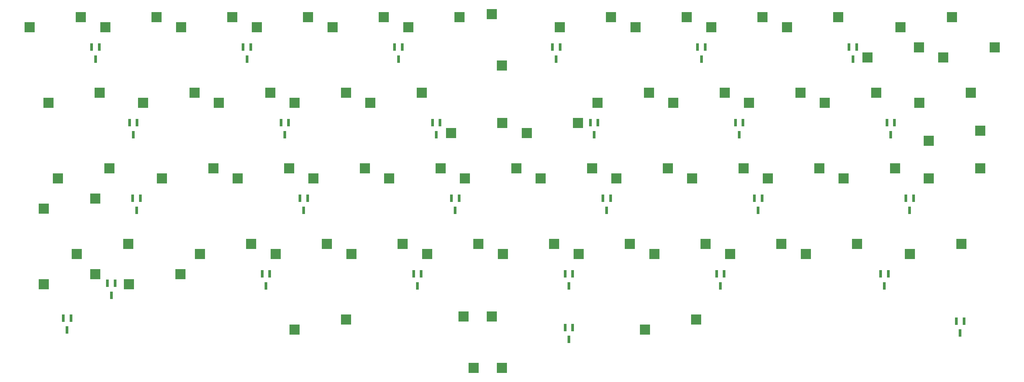
<source format=gbp>
G04 #@! TF.GenerationSoftware,KiCad,Pcbnew,(6.0.1-0)*
G04 #@! TF.CreationDate,2022-06-20T16:47:26-07:00*
G04 #@! TF.ProjectId,sketchy_v2,736b6574-6368-4795-9f76-322e6b696361,1*
G04 #@! TF.SameCoordinates,Original*
G04 #@! TF.FileFunction,Paste,Bot*
G04 #@! TF.FilePolarity,Positive*
%FSLAX46Y46*%
G04 Gerber Fmt 4.6, Leading zero omitted, Abs format (unit mm)*
G04 Created by KiCad (PCBNEW (6.0.1-0)) date 2022-06-20 16:47:26*
%MOMM*%
%LPD*%
G01*
G04 APERTURE LIST*
%ADD10R,2.550000X2.500000*%
%ADD11R,2.500000X2.550000*%
%ADD12R,0.800000X1.900000*%
G04 APERTURE END LIST*
D10*
X108008750Y-103822500D03*
X120935750Y-101282500D03*
D11*
X145891250Y-132497500D03*
X143351250Y-119570500D03*
D10*
X188971250Y-65722500D03*
X201898250Y-63182500D03*
X165041250Y-70802500D03*
X152114250Y-73342500D03*
D11*
X145891250Y-56297500D03*
X143351250Y-43370500D03*
D10*
X112771250Y-65722500D03*
X125698250Y-63182500D03*
X38952500Y-103822500D03*
X51879500Y-101282500D03*
X65028750Y-108902500D03*
X52101750Y-111442500D03*
X79433750Y-84772500D03*
X92360750Y-82232500D03*
X55621250Y-65722500D03*
X68548250Y-63182500D03*
X160396250Y-46672500D03*
X173323250Y-44132500D03*
X246121250Y-46672500D03*
X259048250Y-44132500D03*
X93721250Y-122872500D03*
X106648250Y-120332500D03*
X184208750Y-103822500D03*
X197135750Y-101282500D03*
X117533750Y-84772500D03*
X130460750Y-82232500D03*
X34190000Y-84772500D03*
X47117000Y-82232500D03*
X169921250Y-65722500D03*
X182848250Y-63182500D03*
X181827500Y-122872500D03*
X194754500Y-120332500D03*
X145991250Y-70802500D03*
X133064250Y-73342500D03*
X253265000Y-84772500D03*
X266192000Y-82232500D03*
X127058750Y-103822500D03*
X139985750Y-101282500D03*
X74671250Y-65722500D03*
X87598250Y-63182500D03*
X98483750Y-84772500D03*
X111410750Y-82232500D03*
X193733750Y-84772500D03*
X206660750Y-82232500D03*
X88958750Y-103822500D03*
X101885750Y-101282500D03*
X253265000Y-75247500D03*
X266192000Y-72707500D03*
X217546250Y-46672500D03*
X230473250Y-44132500D03*
X203258750Y-103822500D03*
X216185750Y-101282500D03*
X46096250Y-46672500D03*
X59023250Y-44132500D03*
X69908750Y-103822500D03*
X82835750Y-101282500D03*
D11*
X138747500Y-132497500D03*
X136207500Y-119570500D03*
D10*
X65146250Y-46672500D03*
X78073250Y-44132500D03*
X179446250Y-46672500D03*
X192373250Y-44132500D03*
X269816250Y-51752500D03*
X256889250Y-54292500D03*
X27046250Y-46672500D03*
X39973250Y-44132500D03*
X208021250Y-65722500D03*
X220948250Y-63182500D03*
X222308750Y-103822500D03*
X235235750Y-101282500D03*
X60383750Y-84772500D03*
X73310750Y-82232500D03*
X212783750Y-84772500D03*
X225710750Y-82232500D03*
X250883750Y-65722500D03*
X263810750Y-63182500D03*
X198496250Y-46672500D03*
X211423250Y-44132500D03*
X43597500Y-89852500D03*
X30670500Y-92392500D03*
X174683750Y-84772500D03*
X187610750Y-82232500D03*
X250766250Y-51752500D03*
X237839250Y-54292500D03*
X146108750Y-103822500D03*
X159035750Y-101282500D03*
X155633750Y-84772500D03*
X168560750Y-82232500D03*
X248502500Y-103822500D03*
X261429500Y-101282500D03*
X31808750Y-65722500D03*
X44735750Y-63182500D03*
X43597500Y-108902500D03*
X30670500Y-111442500D03*
X84196250Y-46672500D03*
X97123250Y-44132500D03*
X122296250Y-46672500D03*
X135223250Y-44132500D03*
X136583750Y-84772500D03*
X149510750Y-82232500D03*
X231833750Y-84772500D03*
X244760750Y-82232500D03*
X227071250Y-65722500D03*
X239998250Y-63182500D03*
X165158750Y-103822500D03*
X178085750Y-101282500D03*
X93721250Y-65722500D03*
X106648250Y-63182500D03*
X103246250Y-46672500D03*
X116173250Y-44132500D03*
D12*
X42706250Y-51681250D03*
X44606250Y-51681250D03*
X43656250Y-54681250D03*
X80806250Y-51681250D03*
X82706250Y-51681250D03*
X81756250Y-54681250D03*
X195106250Y-51681250D03*
X197006250Y-51681250D03*
X196056250Y-54681250D03*
X247493750Y-89781250D03*
X249393750Y-89781250D03*
X248443750Y-92781250D03*
X46675000Y-111212500D03*
X48575000Y-111212500D03*
X47625000Y-114212500D03*
X53025000Y-89781250D03*
X54925000Y-89781250D03*
X53975000Y-92781250D03*
X161768750Y-122325000D03*
X163668750Y-122325000D03*
X162718750Y-125325000D03*
X158593750Y-51681250D03*
X160493750Y-51681250D03*
X159543750Y-54681250D03*
X123668750Y-108831250D03*
X125568750Y-108831250D03*
X124618750Y-111831250D03*
X199868750Y-108831250D03*
X201768750Y-108831250D03*
X200818750Y-111831250D03*
X133193750Y-89781250D03*
X135093750Y-89781250D03*
X134143750Y-92781250D03*
X52231250Y-70731250D03*
X54131250Y-70731250D03*
X53181250Y-73731250D03*
X260193750Y-120737500D03*
X262093750Y-120737500D03*
X261143750Y-123737500D03*
X35562500Y-119943750D03*
X37462500Y-119943750D03*
X36512500Y-122943750D03*
X204631250Y-70731250D03*
X206531250Y-70731250D03*
X205581250Y-73731250D03*
X171293750Y-89781250D03*
X173193750Y-89781250D03*
X172243750Y-92781250D03*
X95093750Y-89781250D03*
X96993750Y-89781250D03*
X96043750Y-92781250D03*
X128431250Y-70731250D03*
X130331250Y-70731250D03*
X129381250Y-73731250D03*
X241143750Y-108831250D03*
X243043750Y-108831250D03*
X242093750Y-111831250D03*
X233206250Y-51681250D03*
X235106250Y-51681250D03*
X234156250Y-54681250D03*
X85568750Y-108831250D03*
X87468750Y-108831250D03*
X86518750Y-111831250D03*
X118906250Y-51681250D03*
X120806250Y-51681250D03*
X119856250Y-54681250D03*
X168118750Y-70731250D03*
X170018750Y-70731250D03*
X169068750Y-73731250D03*
X90331250Y-70731250D03*
X92231250Y-70731250D03*
X91281250Y-73731250D03*
X161768750Y-108831250D03*
X163668750Y-108831250D03*
X162718750Y-111831250D03*
X209393750Y-89781250D03*
X211293750Y-89781250D03*
X210343750Y-92781250D03*
X242731250Y-70731250D03*
X244631250Y-70731250D03*
X243681250Y-73731250D03*
M02*

</source>
